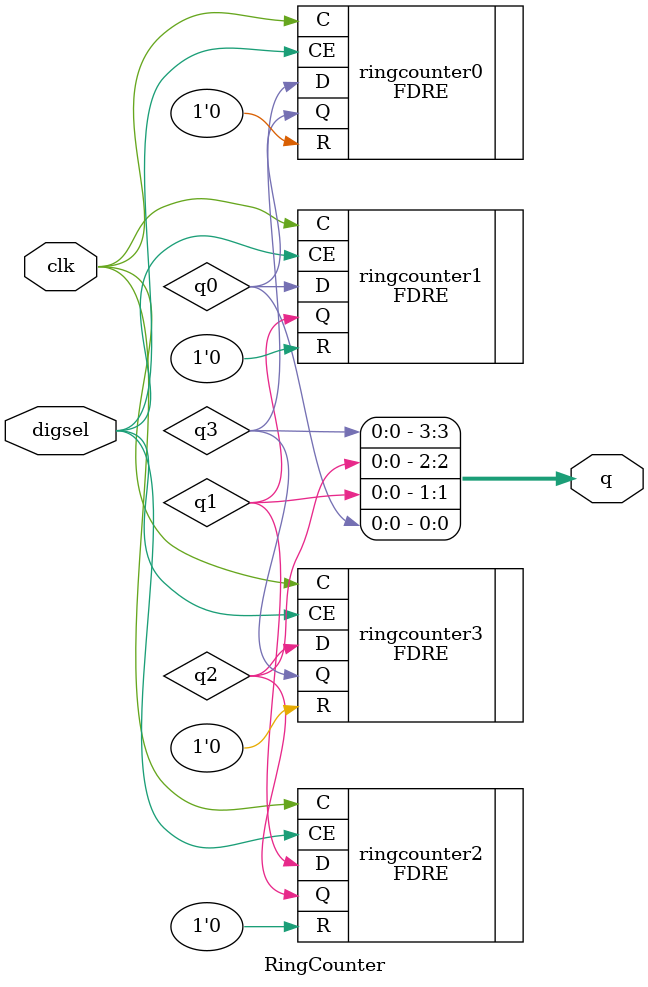
<source format=v>
`timescale 1ns / 1ps


module RingCounter(
input digsel,
input clk,
output [3:0]q
    );
wire q0,q1,q2,q3;
FDRE #(.INIT(1'b0)) ringcounter0 (.C(clk), .R(1'b0), .CE(digsel), .D(q3), .Q(q0));
FDRE #(.INIT(1'b0)) ringcounter1 (.C(clk), .R(1'b0), .CE(digsel), .D(q0), .Q(q1));
FDRE #(.INIT(1'b1)) ringcounter2 (.C(clk), .R(1'b0), .CE(digsel), .D(q1), .Q(q2));
FDRE #(.INIT(1'b0)) ringcounter3 (.C(clk), .R(1'b0), .CE(digsel), .D(q2), .Q(q3));
assign q={q3,q2,q1,q0};


endmodule
</source>
